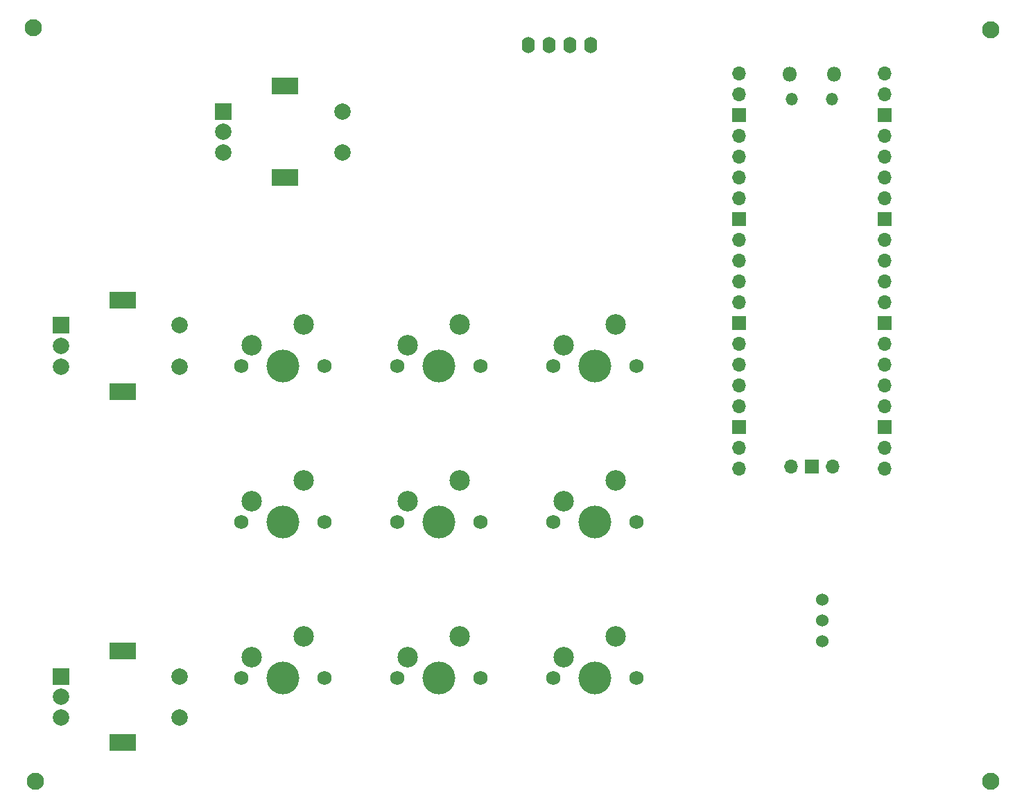
<source format=gbr>
%TF.GenerationSoftware,KiCad,Pcbnew,7.0.9*%
%TF.CreationDate,2023-12-23T17:51:48+00:00*%
%TF.ProjectId,MacroPad,4d616372-6f50-4616-942e-6b696361645f,rev?*%
%TF.SameCoordinates,Original*%
%TF.FileFunction,Soldermask,Bot*%
%TF.FilePolarity,Negative*%
%FSLAX46Y46*%
G04 Gerber Fmt 4.6, Leading zero omitted, Abs format (unit mm)*
G04 Created by KiCad (PCBNEW 7.0.9) date 2023-12-23 17:51:48*
%MOMM*%
%LPD*%
G01*
G04 APERTURE LIST*
%ADD10R,2.000000X2.000000*%
%ADD11C,2.000000*%
%ADD12R,3.200000X2.000000*%
%ADD13C,1.524000*%
%ADD14C,1.750000*%
%ADD15C,4.000000*%
%ADD16C,2.500000*%
%ADD17C,2.100000*%
%ADD18O,1.600000X2.000000*%
%ADD19O,1.800000X1.800000*%
%ADD20O,1.500000X1.500000*%
%ADD21O,1.700000X1.700000*%
%ADD22R,1.700000X1.700000*%
G04 APERTURE END LIST*
D10*
%TO.C,SW2*%
X109760000Y-70695000D03*
D11*
X109760000Y-75695000D03*
X109760000Y-73195000D03*
D12*
X117260000Y-67595000D03*
X117260000Y-78795000D03*
D11*
X124260000Y-75695000D03*
X124260000Y-70695000D03*
%TD*%
D13*
%TO.C,toggle1*%
X182880000Y-135425000D03*
X182880000Y-130345000D03*
X182880000Y-132885000D03*
%TD*%
D14*
%TO.C,S6*%
X150030000Y-120820000D03*
D15*
X155110000Y-120820000D03*
D14*
X160190000Y-120820000D03*
D16*
X151300000Y-118280000D03*
X157650000Y-115740000D03*
%TD*%
D14*
%TO.C,S1*%
X111930000Y-101770000D03*
D15*
X117010000Y-101770000D03*
D14*
X122090000Y-101770000D03*
D16*
X113200000Y-99230000D03*
X119550000Y-96690000D03*
%TD*%
D10*
%TO.C,SW1*%
X89935000Y-139707500D03*
D11*
X89935000Y-144707500D03*
X89935000Y-142207500D03*
D12*
X97435000Y-136607500D03*
X97435000Y-147807500D03*
D11*
X104435000Y-144707500D03*
X104435000Y-139707500D03*
%TD*%
D17*
%TO.C,REF\u002A\u002A*%
X203500000Y-60750000D03*
%TD*%
D14*
%TO.C,S3*%
X150030000Y-101770000D03*
D15*
X155110000Y-101770000D03*
D14*
X160190000Y-101770000D03*
D16*
X151300000Y-99230000D03*
X157650000Y-96690000D03*
%TD*%
D14*
%TO.C,S7*%
X111930000Y-139870000D03*
D15*
X117010000Y-139870000D03*
D14*
X122090000Y-139870000D03*
D16*
X113200000Y-137330000D03*
X119550000Y-134790000D03*
%TD*%
D17*
%TO.C,REF\u002A\u002A*%
X86500000Y-60500000D03*
%TD*%
D14*
%TO.C,S5*%
X130980000Y-120820000D03*
D15*
X136060000Y-120820000D03*
D14*
X141140000Y-120820000D03*
D16*
X132250000Y-118280000D03*
X138600000Y-115740000D03*
%TD*%
D14*
%TO.C,S2*%
X130980000Y-101770000D03*
D15*
X136060000Y-101770000D03*
D14*
X141140000Y-101770000D03*
D16*
X132250000Y-99230000D03*
X138600000Y-96690000D03*
%TD*%
D14*
%TO.C,S4*%
X111930000Y-120820000D03*
D15*
X117010000Y-120820000D03*
D14*
X122090000Y-120820000D03*
D16*
X113200000Y-118280000D03*
X119550000Y-115740000D03*
%TD*%
D14*
%TO.C,S9*%
X150030000Y-139870000D03*
D15*
X155110000Y-139870000D03*
D14*
X160190000Y-139870000D03*
D16*
X151300000Y-137330000D03*
X157650000Y-134790000D03*
%TD*%
D17*
%TO.C,REF\u002A\u002A*%
X86750000Y-152500000D03*
%TD*%
D14*
%TO.C,S8*%
X130980000Y-139870000D03*
D15*
X136060000Y-139870000D03*
D14*
X141140000Y-139870000D03*
D16*
X132250000Y-137330000D03*
X138600000Y-134790000D03*
%TD*%
D10*
%TO.C,SW3*%
X89935000Y-96845000D03*
D11*
X89935000Y-101845000D03*
X89935000Y-99345000D03*
D12*
X97435000Y-93745000D03*
X97435000Y-104945000D03*
D11*
X104435000Y-101845000D03*
X104435000Y-96845000D03*
%TD*%
D18*
%TO.C,Brd1*%
X147015000Y-62595000D03*
X149555000Y-62595000D03*
X152095000Y-62595000D03*
X154635000Y-62595000D03*
%TD*%
D19*
%TO.C,U1*%
X178885000Y-66170000D03*
D20*
X179185000Y-69200000D03*
X184035000Y-69200000D03*
D19*
X184335000Y-66170000D03*
D21*
X172720000Y-66040000D03*
X172720000Y-68580000D03*
D22*
X172720000Y-71120000D03*
D21*
X172720000Y-73660000D03*
X172720000Y-76200000D03*
X172720000Y-78740000D03*
X172720000Y-81280000D03*
D22*
X172720000Y-83820000D03*
D21*
X172720000Y-86360000D03*
X172720000Y-88900000D03*
X172720000Y-91440000D03*
X172720000Y-93980000D03*
D22*
X172720000Y-96520000D03*
D21*
X172720000Y-99060000D03*
X172720000Y-101600000D03*
X172720000Y-104140000D03*
X172720000Y-106680000D03*
D22*
X172720000Y-109220000D03*
D21*
X172720000Y-111760000D03*
X172720000Y-114300000D03*
X190500000Y-114300000D03*
X190500000Y-111760000D03*
D22*
X190500000Y-109220000D03*
D21*
X190500000Y-106680000D03*
X190500000Y-104140000D03*
X190500000Y-101600000D03*
X190500000Y-99060000D03*
D22*
X190500000Y-96520000D03*
D21*
X190500000Y-93980000D03*
X190500000Y-91440000D03*
X190500000Y-88900000D03*
X190500000Y-86360000D03*
D22*
X190500000Y-83820000D03*
D21*
X190500000Y-81280000D03*
X190500000Y-78740000D03*
X190500000Y-76200000D03*
X190500000Y-73660000D03*
D22*
X190500000Y-71120000D03*
D21*
X190500000Y-68580000D03*
X190500000Y-66040000D03*
X179070000Y-114070000D03*
D22*
X181610000Y-114070000D03*
D21*
X184150000Y-114070000D03*
%TD*%
D17*
%TO.C,REF\u002A\u002A*%
X203500000Y-152500000D03*
%TD*%
M02*

</source>
